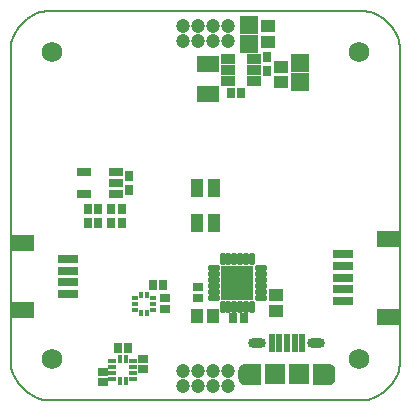
<source format=gts>
G04*
G04 #@! TF.GenerationSoftware,Altium Limited,Altium Designer,22.10.1 (41)*
G04*
G04 Layer_Color=8388736*
%FSLAX25Y25*%
%MOIN*%
G70*
G04*
G04 #@! TF.SameCoordinates,BA180857-5533-48D4-BC33-98CDBDEDE110*
G04*
G04*
G04 #@! TF.FilePolarity,Negative*
G04*
G01*
G75*
%ADD17C,0.00500*%
%ADD20R,0.04331X0.05906*%
%ADD21R,0.06902X0.03162*%
%ADD22R,0.07887X0.05524*%
%ADD23R,0.02375X0.06115*%
%ADD24R,0.06706X0.06902*%
%ADD25R,0.03162X0.03320*%
%ADD26R,0.03162X0.03753*%
%ADD27R,0.04737X0.02965*%
%ADD28R,0.06312X0.05918*%
%ADD29R,0.01784X0.02572*%
%ADD30R,0.02572X0.01784*%
%ADD31R,0.03320X0.03162*%
%ADD32R,0.04737X0.03556*%
%ADD33R,0.07690X0.05524*%
%ADD34R,0.04737X0.04343*%
G04:AMPARAMS|DCode=35|XSize=39.5mil|YSize=21.78mil|CornerRadius=5.72mil|HoleSize=0mil|Usage=FLASHONLY|Rotation=270.000|XOffset=0mil|YOffset=0mil|HoleType=Round|Shape=RoundedRectangle|*
%AMROUNDEDRECTD35*
21,1,0.03950,0.01034,0,0,270.0*
21,1,0.02805,0.02178,0,0,270.0*
1,1,0.01145,-0.00517,-0.01403*
1,1,0.01145,-0.00517,0.01403*
1,1,0.01145,0.00517,0.01403*
1,1,0.01145,0.00517,-0.01403*
%
%ADD35ROUNDEDRECTD35*%
%ADD36R,0.11036X0.11430*%
G04:AMPARAMS|DCode=37|XSize=41.47mil|YSize=21.78mil|CornerRadius=5.72mil|HoleSize=0mil|Usage=FLASHONLY|Rotation=0.000|XOffset=0mil|YOffset=0mil|HoleType=Round|Shape=RoundedRectangle|*
%AMROUNDEDRECTD37*
21,1,0.04147,0.01034,0,0,0.0*
21,1,0.03002,0.02178,0,0,0.0*
1,1,0.01145,0.01501,-0.00517*
1,1,0.01145,-0.01501,-0.00517*
1,1,0.01145,-0.01501,0.00517*
1,1,0.01145,0.01501,0.00517*
%
%ADD37ROUNDEDRECTD37*%
%ADD38R,0.04343X0.04737*%
%ADD39R,0.01784X0.01883*%
%ADD40R,0.01883X0.01784*%
%ADD41O,0.05918X0.03359*%
%ADD42O,0.03851X0.06902*%
%ADD43C,0.04737*%
%ADD44C,0.06800*%
G36*
X18504Y-59744D02*
X12992D01*
X12889Y-59741D01*
X12786Y-59733D01*
X12684Y-59720D01*
X12583Y-59701D01*
X12483Y-59677D01*
X12384Y-59648D01*
X12287Y-59613D01*
X12191Y-59574D01*
X12098Y-59530D01*
X12008Y-59480D01*
X11920Y-59426D01*
X11835Y-59368D01*
X11753Y-59305D01*
X11675Y-59238D01*
X11600Y-59167D01*
X11529Y-59093D01*
X11462Y-59014D01*
X11400Y-58933D01*
X11341Y-58848D01*
X11287Y-58760D01*
X11238Y-58669D01*
X11194Y-58576D01*
X11154Y-58481D01*
X11120Y-58384D01*
X11091Y-58285D01*
X11067Y-58185D01*
X11048Y-58083D01*
X11034Y-57981D01*
X11026Y-57879D01*
X11024Y-57776D01*
Y-54823D01*
X11026Y-54720D01*
X11034Y-54617D01*
X11048Y-54515D01*
X11067Y-54414D01*
X11091Y-54313D01*
X11120Y-54215D01*
X11154Y-54117D01*
X11194Y-54022D01*
X11238Y-53929D01*
X11287Y-53839D01*
X11341Y-53751D01*
X11400Y-53666D01*
X11462Y-53584D01*
X11529Y-53506D01*
X11600Y-53431D01*
X11675Y-53360D01*
X11753Y-53293D01*
X11835Y-53230D01*
X11920Y-53172D01*
X12008Y-53118D01*
X12098Y-53069D01*
X12191Y-53025D01*
X12287Y-52985D01*
X12384Y-52951D01*
X12483Y-52921D01*
X12583Y-52897D01*
X12684Y-52879D01*
X12786Y-52865D01*
X12889Y-52857D01*
X12992Y-52854D01*
X18504D01*
Y-59744D01*
D02*
G37*
G36*
X41442Y-52857D02*
X41544Y-52865D01*
X41647Y-52879D01*
X41748Y-52897D01*
X41848Y-52921D01*
X41947Y-52951D01*
X42044Y-52985D01*
X42139Y-53025D01*
X42232Y-53069D01*
X42323Y-53118D01*
X42411Y-53172D01*
X42496Y-53230D01*
X42577Y-53293D01*
X42656Y-53360D01*
X42731Y-53431D01*
X42801Y-53506D01*
X42868Y-53584D01*
X42931Y-53666D01*
X42990Y-53751D01*
X43043Y-53839D01*
X43093Y-53929D01*
X43137Y-54022D01*
X43176Y-54117D01*
X43211Y-54215D01*
X43240Y-54313D01*
X43264Y-54414D01*
X43283Y-54515D01*
X43296Y-54617D01*
X43304Y-54720D01*
X43307Y-54823D01*
Y-57776D01*
X43304Y-57879D01*
X43296Y-57981D01*
X43283Y-58083D01*
X43264Y-58185D01*
X43240Y-58285D01*
X43211Y-58384D01*
X43176Y-58481D01*
X43137Y-58576D01*
X43093Y-58669D01*
X43043Y-58760D01*
X42990Y-58848D01*
X42931Y-58933D01*
X42868Y-59014D01*
X42801Y-59093D01*
X42731Y-59167D01*
X42656Y-59238D01*
X42577Y-59305D01*
X42496Y-59368D01*
X42411Y-59426D01*
X42323Y-59480D01*
X42232Y-59530D01*
X42139Y-59574D01*
X42044Y-59613D01*
X41947Y-59648D01*
X41848Y-59677D01*
X41748Y-59701D01*
X41647Y-59720D01*
X41544Y-59733D01*
X41442Y-59741D01*
X41339Y-59744D01*
X35827D01*
Y-52854D01*
X41339D01*
X41442Y-52857D01*
D02*
G37*
D17*
X-51181Y64961D02*
X-52164Y64925D01*
X-53142Y64820D01*
X-54110Y64646D01*
X-55063Y64403D01*
X-55997Y64092D01*
X-56905Y63715D01*
X-57785Y63275D01*
X-58631Y62773D01*
X-59439Y62212D01*
X-60205Y61595D01*
X-60925Y60925D01*
X-61595Y60205D01*
X-62212Y59439D01*
X-62773Y58631D01*
X-63275Y57785D01*
X-63715Y56905D01*
X-64092Y55997D01*
X-64403Y55063D01*
X-64646Y54110D01*
X-64820Y53142D01*
X-64925Y52164D01*
X-64961Y51181D01*
X64961D02*
X64925Y52164D01*
X64820Y53142D01*
X64646Y54110D01*
X64403Y55063D01*
X64092Y55997D01*
X63715Y56905D01*
X63275Y57785D01*
X62773Y58631D01*
X62212Y59439D01*
X61595Y60205D01*
X60925Y60925D01*
X60205Y61595D01*
X59439Y62212D01*
X58631Y62773D01*
X57785Y63275D01*
X56905Y63715D01*
X55997Y64092D01*
X55063Y64403D01*
X54110Y64646D01*
X53142Y64820D01*
X52164Y64925D01*
X51181Y64961D01*
Y-64961D02*
X52164Y-64925D01*
X53142Y-64820D01*
X54110Y-64646D01*
X55063Y-64403D01*
X55997Y-64092D01*
X56905Y-63715D01*
X57785Y-63275D01*
X58631Y-62773D01*
X59439Y-62212D01*
X60205Y-61595D01*
X60925Y-60925D01*
X61595Y-60205D01*
X62212Y-59439D01*
X62773Y-58631D01*
X63275Y-57785D01*
X63715Y-56905D01*
X64092Y-55997D01*
X64403Y-55063D01*
X64646Y-54110D01*
X64820Y-53142D01*
X64925Y-52164D01*
X64961Y-51181D01*
X-64961D02*
X-64925Y-52164D01*
X-64820Y-53142D01*
X-64646Y-54110D01*
X-64403Y-55063D01*
X-64092Y-55997D01*
X-63715Y-56905D01*
X-63275Y-57785D01*
X-62773Y-58631D01*
X-62212Y-59439D01*
X-61595Y-60205D01*
X-60925Y-60925D01*
X-60205Y-61595D01*
X-59439Y-62212D01*
X-58631Y-62773D01*
X-57785Y-63275D01*
X-56905Y-63715D01*
X-55997Y-64092D01*
X-55063Y-64403D01*
X-54110Y-64646D01*
X-53142Y-64820D01*
X-52164Y-64925D01*
X-51181Y-64961D01*
Y-64961D02*
X51181D01*
X-64961Y-51181D02*
Y51181D01*
X64961Y-51181D02*
Y51181D01*
X-51181Y64961D02*
X51181D01*
D20*
X-2953Y-5906D02*
D03*
X2953D02*
D03*
Y5906D02*
D03*
X-2953D02*
D03*
D21*
X45937Y-27953D02*
D03*
Y-16142D02*
D03*
Y-20079D02*
D03*
Y-24016D02*
D03*
Y-31890D02*
D03*
X-45937Y-17717D02*
D03*
Y-29528D02*
D03*
Y-25591D02*
D03*
Y-21654D02*
D03*
D22*
X61193Y-11024D02*
D03*
Y-37008D02*
D03*
X-61193Y-34646D02*
D03*
Y-12598D02*
D03*
D23*
X22047Y-45669D02*
D03*
X24606D02*
D03*
X27165D02*
D03*
X29724D02*
D03*
X32283D02*
D03*
D24*
X23228Y-56299D02*
D03*
X31102D02*
D03*
D25*
X-27953Y-1181D02*
D03*
X-31417D02*
D03*
X-27953Y-5906D02*
D03*
X-31417D02*
D03*
X-39291Y-1181D02*
D03*
X-35827D02*
D03*
X-39291Y-5906D02*
D03*
X-35827D02*
D03*
X-25827Y-47638D02*
D03*
X-29291D02*
D03*
X11969Y37402D02*
D03*
X8504D02*
D03*
X9291Y-37598D02*
D03*
X12756D02*
D03*
X-14016Y-26378D02*
D03*
X-17480D02*
D03*
D26*
X-25354Y9744D02*
D03*
Y5217D02*
D03*
X20472Y49409D02*
D03*
Y44882D02*
D03*
D27*
X-40512Y3740D02*
D03*
Y11220D02*
D03*
X-29882D02*
D03*
Y7480D02*
D03*
Y3740D02*
D03*
D28*
X14567Y53937D02*
D03*
Y60236D02*
D03*
X31496Y47638D02*
D03*
Y41339D02*
D03*
D29*
X-26575Y-58366D02*
D03*
X-28543D02*
D03*
Y-51083D02*
D03*
X-26575D02*
D03*
D30*
X-31102Y-57677D02*
D03*
Y-55709D02*
D03*
Y-53740D02*
D03*
Y-51772D02*
D03*
X-24016D02*
D03*
Y-53740D02*
D03*
Y-55709D02*
D03*
Y-57677D02*
D03*
D31*
X-20866Y-54488D02*
D03*
Y-51024D02*
D03*
X-34252Y-55354D02*
D03*
Y-58819D02*
D03*
X-2362Y-27205D02*
D03*
Y-30669D02*
D03*
X-13386Y-34409D02*
D03*
Y-30945D02*
D03*
D32*
X16142Y41535D02*
D03*
Y45276D02*
D03*
Y49016D02*
D03*
X7480Y41535D02*
D03*
Y45276D02*
D03*
Y49016D02*
D03*
D33*
X787Y47146D02*
D03*
Y37106D02*
D03*
D34*
X20866Y59744D02*
D03*
Y54429D02*
D03*
X25197Y46358D02*
D03*
Y41043D02*
D03*
X23622Y-35138D02*
D03*
Y-29823D02*
D03*
D35*
X15551Y-17913D02*
D03*
X13583D02*
D03*
X11614D02*
D03*
X9646D02*
D03*
X7677D02*
D03*
X5709D02*
D03*
Y-33661D02*
D03*
X7677D02*
D03*
X9646D02*
D03*
X11614D02*
D03*
X13583D02*
D03*
X15551D02*
D03*
D36*
X10630Y-25787D02*
D03*
D37*
X2854Y-20866D02*
D03*
Y-22835D02*
D03*
Y-24803D02*
D03*
Y-26772D02*
D03*
Y-28740D02*
D03*
Y-30709D02*
D03*
X18406D02*
D03*
Y-28740D02*
D03*
Y-26772D02*
D03*
Y-24803D02*
D03*
Y-22835D02*
D03*
Y-20866D02*
D03*
D38*
X2657Y-36811D02*
D03*
X-2657D02*
D03*
D39*
X-21457Y-35679D02*
D03*
X-19488D02*
D03*
X-21457Y-29675D02*
D03*
X-19488D02*
D03*
D40*
X-17470Y-34646D02*
D03*
X-23474D02*
D03*
X-17470Y-32677D02*
D03*
Y-30709D02*
D03*
X-23474Y-32677D02*
D03*
Y-30709D02*
D03*
D41*
X17323Y-45669D02*
D03*
X37008D02*
D03*
D42*
X13386Y-56299D02*
D03*
X40945D02*
D03*
D43*
X7500Y54980D02*
D03*
Y59980D02*
D03*
X2500Y54980D02*
D03*
X-2500D02*
D03*
X-7500D02*
D03*
X2500Y59980D02*
D03*
X-2500D02*
D03*
X-7500D02*
D03*
X7500Y-59980D02*
D03*
X2500D02*
D03*
X-2500D02*
D03*
X7500Y-54980D02*
D03*
X2500D02*
D03*
X-2500D02*
D03*
X-7500Y-59980D02*
D03*
Y-54980D02*
D03*
D44*
X51181Y-51181D02*
D03*
X-51181D02*
D03*
X51181Y51181D02*
D03*
X-51181D02*
D03*
M02*

</source>
